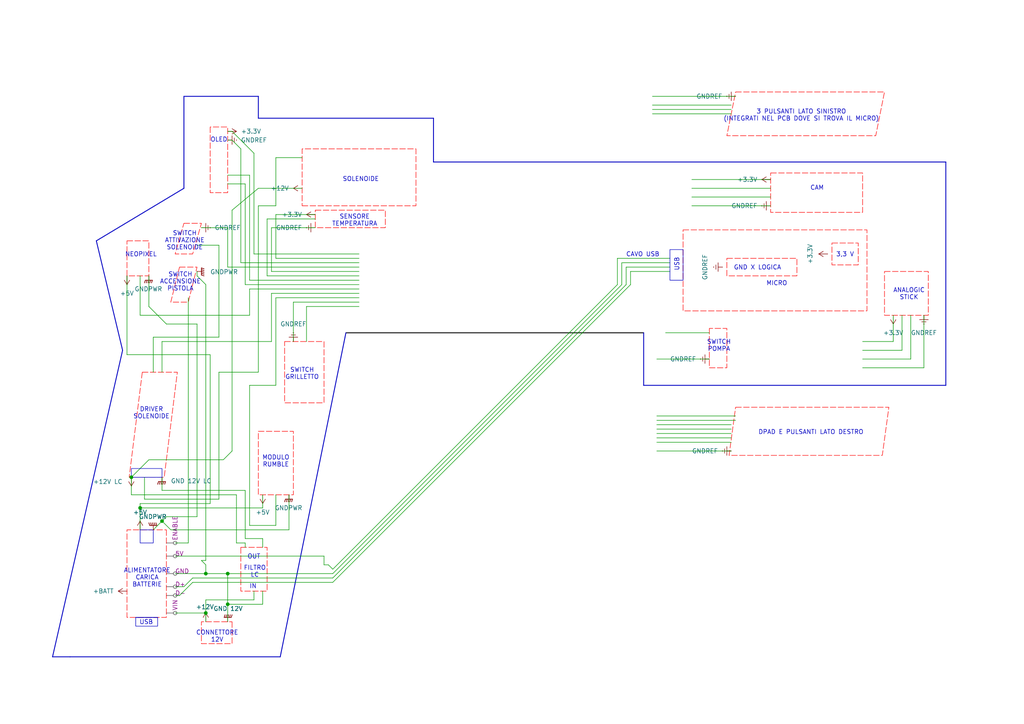
<source format=kicad_sch>
(kicad_sch (version 20250114) (generator "eeschema") (generator_version "9.0")
  (paper "A4")
  (lib_symbols
    (symbol "power:+12V" (power) (pin_numbers (hide yes)) (pin_names (offset 0) (hide yes))
      (property "Value" "+12V" (at 0 3.556 0))
      (symbol "+12V_0_1"
        (polyline (pts (xy -0.762 1.27) (xy 0 2.54)))
        (polyline (pts (xy 0 2.54) (xy 0.762 1.27)))
        (polyline (pts (xy 0 0) (xy 0 2.54)))
      )
      (symbol "+12V_1_1"
        (pin power_in line (at 0 0 90) (length 0) (name "~") (number "1"))
      )
    )
    (symbol "power:+3.3V" (power) (pin_numbers (hide yes)) (pin_names (offset 0) (hide yes))
      (property "Value" "+3.3V" (at 0 3.556 0))
      (symbol "+3.3V_0_1"
        (polyline (pts (xy -0.762 1.27) (xy 0 2.54)))
        (polyline (pts (xy 0 2.54) (xy 0.762 1.27)))
        (polyline (pts (xy 0 0) (xy 0 2.54)))
      )
      (symbol "+3.3V_1_1"
        (pin power_in line (at 0 0 90) (length 0) (name "~") (number "1"))
      )
    )
    (symbol "power:+5V" (power) (pin_numbers (hide yes)) (pin_names (offset 0) (hide yes))
      (property "Value" "+5V" (at 0 3.556 0))
      (symbol "+5V_0_1"
        (polyline (pts (xy -0.762 1.27) (xy 0 2.54)))
        (polyline (pts (xy 0 2.54) (xy 0.762 1.27)))
        (polyline (pts (xy 0 0) (xy 0 2.54)))
      )
      (symbol "+5V_1_1"
        (pin power_in line (at 0 0 90) (length 0) (name "~") (number "1"))
      )
    )
    (symbol "power:+BATT" (power) (pin_numbers (hide yes)) (pin_names (offset 0) (hide yes))
      (property "Value" "+BATT" (at 0 3.556 0))
      (symbol "+BATT_0_1"
        (polyline (pts (xy -0.762 1.27) (xy 0 2.54)))
        (polyline (pts (xy 0 2.54) (xy 0.762 1.27)))
        (polyline (pts (xy 0 0) (xy 0 2.54)))
      )
      (symbol "+BATT_1_1"
        (pin power_in line (at 0 0 90) (length 0) (name "~") (number "1"))
      )
    )
    (symbol "power:GNDPWR" (power) (pin_numbers (hide yes)) (pin_names (offset 0) (hide yes))
      (property "Value" "GNDPWR" (at 0 -3.302 0))
      (symbol "GNDPWR_0_1"
        (polyline (pts (xy -1.016 -1.27) (xy -1.27 -2.032) (xy -1.27 -2.032)) (stroke (width 0.2032)))
        (polyline (pts (xy -0.508 -1.27) (xy -0.762 -2.032) (xy -0.762 -2.032)) (stroke (width 0.2032)))
        (polyline (pts (xy 0 -1.27) (xy 0 0)))
        (polyline (pts (xy 0 -1.27) (xy -0.254 -2.032) (xy -0.254 -2.032)) (stroke (width 0.2032)))
        (polyline (pts (xy 0.508 -1.27) (xy 0.254 -2.032) (xy 0.254 -2.032)) (stroke (width 0.2032)))
        (polyline (pts (xy 1.016 -1.27) (xy -1.016 -1.27) (xy -1.016 -1.27)) (stroke (width 0.2032)))
        (polyline (pts (xy 1.016 -1.27) (xy 0.762 -2.032) (xy 0.762 -2.032) (xy 0.762 -2.032)) (stroke (width 0.2032)))
      )
      (symbol "GNDPWR_1_1"
        (pin power_in line (at 0 0 270) (length 0) (name "~") (number "1"))
      )
    )
    (symbol "power:GNDREF" (power) (pin_numbers (hide yes)) (pin_names (offset 0) (hide yes))
      (property "Value" "GNDREF" (at 0 -3.81 0))
      (symbol "GNDREF_0_1"
        (polyline (pts (xy -0.635 -1.905) (xy 0.635 -1.905)))
        (polyline (pts (xy -0.127 -2.54) (xy 0.127 -2.54)))
        (polyline (pts (xy 0 -1.27) (xy 0 0)))
        (polyline (pts (xy 1.27 -1.27) (xy -1.27 -1.27)))
      )
      (symbol "GNDREF_1_1"
        (pin power_in line (at 0 0 270) (length 0) (name "~") (number "1"))
      )
    )
  )
  (rectangle (start 194.31 72.39) (end 198.12 81.28))
  (rectangle (start 38.1 135.89) (end 46.99 138.43))
  (rectangle (start 39.37 179.07) (end 45.72 181.61))
  (rectangle (start 40.64 153.67) (end 44.45 157.48))
  (rectangle (start 39.37 179.07) (end 45.72 179.07))
  (text "SWITCH\nPOMPA" (at 208.534 100.33 0) (effects (font (size 1.27 1.27))))
  (text "DPAD E PULSANTI LATO DESTRO" (at 235.204 125.476 0) (effects (font (size 1.27 1.27))))
  (text "ALIMENTATORE\nCARICA\nBATTERIE" (at 42.672 167.64 0) (effects (font (size 1.27 1.27))))
  (text "SOLENOIDE" (at 104.648 52.07 0) (effects (font (size 1.27 1.27))))
  (text "IN" (at 73.406 170.18 0) (effects (font (size 1.27 1.27))))
  (text "SENSORE\nTEMPERATURA" (at 102.87 64.008 0) (effects (font (size 1.27 1.27))))
  (text "USB" (at 42.418 180.594 0) (effects (font (size 1.27 1.27))))
  (text "USB" (at 196.342 76.708 90) (effects (font (size 1.27 1.27))))
  (text "GND X LOGICA" (at 219.71 77.724 0) (effects (font (size 1.27 1.27))))
  (text "CONNETTORE\n12V" (at 62.992 184.658 0) (effects (font (size 1.27 1.27))))
  (text "SWITCH\nATTIVAZIONE\nSOLENOIDE" (at 53.594 69.85 0) (effects (font (size 1.27 1.27))))
  (text "MICRO" (at 225.298 82.296 0) (effects (font (size 1.27 1.27))))
  (text "SWITCH\nACCENSIONE\nPISTOLA" (at 52.324 81.788 0) (effects (font (size 1.27 1.27))))
  (text "SWITCH\nGRILLETTO" (at 87.63 108.458 0) (effects (font (size 1.27 1.27))))
  (text "DRIVER\nSOLENOIDE" (at 43.942 119.888 0) (effects (font (size 1.27 1.27))))
  (text "3,3 V" (at 245.11 73.914 0) (effects (font (size 1.27 1.27))))
  (text "3 PULSANTI LATO SINISTRO\n(INTEGRATI NEL PCB DOVE SI TROVA IL MICRO)" (at 232.41 33.528 0) (effects (font (size 1.27 1.27))))
  (text "CAVO USB" (at 186.436 73.914 0) (effects (font (size 1.27 1.27))))
  (text "NEOPIXEL" (at 40.894 73.914 0) (effects (font (size 1.27 1.27))))
  (text "OUT" (at 73.66 161.544 0) (effects (font (size 1.27 1.27))))
  (text "FILTRO\nLC" (at 73.914 165.862 0) (effects (font (size 1.27 1.27))))
  (text "OLED" (at 63.5 40.64 0) (effects (font (size 1.27 1.27))))
  (text "MODULO\nRUMBLE" (at 80.01 133.858 0) (effects (font (size 1.27 1.27))))
  (text "CAM" (at 236.982 54.61 0) (effects (font (size 1.27 1.27))))
  (text "ANALOGIC\nSTICK" (at 263.652 85.344 0) (effects (font (size 1.27 1.27))))
  (junction (at 38.1 138.43))
  (junction (at 46.99 151.13))
  (junction (at 40.64 147.32))
  (junction (at 66.04 175.26))
  (junction (at 66.04 166.37))
  (junction (at 59.69 166.37))
  (junction (at 59.69 177.8))
  (wire (pts (xy 36.83 80.01) (xy 36.83 102.87)))
  (wire (pts (xy 66.04 40.64) (xy 67.31 40.64)))
  (wire (pts (xy 59.69 177.8) (xy 59.69 180.34)))
  (wire (pts (xy 69.85 43.18) (xy 69.85 76.2)))
  (wire (pts (xy 77.47 80.01) (xy 104.14 80.01)))
  (wire (pts (xy 41.91 138.43) (xy 41.91 144.78)))
  (wire (pts (xy 189.23 31.75) (xy 212.09 31.75)))
  (wire (pts (xy 87.63 54.61) (xy 74.93 54.61)))
  (polyline (pts (xy 125.73 34.29) (xy 74.93 34.29)) (stroke (width 0.254) (type solid)))
  (wire (pts (xy 72.39 91.44) (xy 72.39 83.82)))
  (wire (pts (xy 49.53 153.67) (xy 83.82 153.67)))
  (wire (pts (xy 46.99 99.06) (xy 78.74 99.06)))
  (wire (pts (xy 72.39 50.8) (xy 72.39 81.28)))
  (wire (pts (xy 44.45 97.79) (xy 44.45 107.95)))
  (wire (pts (xy 85.09 87.63) (xy 104.14 87.63)))
  (wire (pts (xy 48.26 149.86) (xy 57.15 149.86)))
  (wire (pts (xy 80.01 143.51) (xy 80.01 152.4)))
  (wire (pts (xy 250.19 106.68) (xy 267.97 106.68)))
  (wire (pts (xy 57.15 93.98) (xy 57.15 149.86)))
  (wire (pts (xy 76.2 156.21) (xy 76.2 158.75)))
  (wire (pts (xy 63.5 144.78) (xy 63.5 107.95)))
  (polyline (pts (xy 100.33 96.52) (xy 186.69 96.52)) (stroke (width 0.254) (type solid) (color 0 0 0 1)))
  (wire (pts (xy 80.01 86.36) (xy 104.14 86.36)))
  (wire (pts (xy 40.64 80.01) (xy 40.64 91.44)))
  (wire (pts (xy 93.98 161.29) (xy 93.98 163.83)))
  (wire (pts (xy 181.61 77.47) (xy 194.31 77.47)))
  (wire (pts (xy 180.34 76.2) (xy 194.31 76.2)))
  (wire (pts (xy 66.04 50.8) (xy 72.39 50.8)))
  (wire (pts (xy 59.69 173.99) (xy 59.69 177.8)))
  (wire (pts (xy 52.07 172.72) (xy 55.88 168.91)))
  (wire (pts (xy 179.07 82.55) (xy 96.52 165.1)))
  (polyline (pts (xy 74.93 34.29) (xy 74.93 27.94)) (stroke (width 0.254) (type solid)))
  (wire (pts (xy 54.61 86.36) (xy 54.61 157.48)))
  (wire (pts (xy 50.8 161.29) (xy 93.98 161.29)))
  (wire (pts (xy 72.39 83.82) (xy 104.14 83.82)))
  (wire (pts (xy 190.5 125.73) (xy 212.09 125.73)))
  (polyline (pts (xy 186.69 111.76) (xy 274.32 111.76)) (stroke (width 0.254) (type solid)))
  (wire (pts (xy 66.04 77.47) (xy 104.14 77.47)))
  (wire (pts (xy 74.93 59.69) (xy 80.01 59.69)))
  (wire (pts (xy 57.15 80.01) (xy 59.69 82.55)))
  (wire (pts (xy 66.04 53.34) (xy 71.12 53.34)))
  (wire (pts (xy 76.2 147.32) (xy 40.64 147.32)))
  (wire (pts (xy 67.31 38.1) (xy 73.66 44.45)))
  (wire (pts (xy 40.64 146.05) (xy 40.64 147.32)))
  (wire (pts (xy 63.5 97.79) (xy 44.45 97.79)))
  (wire (pts (xy 78.74 66.04) (xy 78.74 78.74)))
  (wire (pts (xy 68.58 157.48) (xy 71.12 157.48)))
  (wire (pts (xy 190.5 120.65) (xy 213.36 120.65)))
  (wire (pts (xy 53.34 170.18) (xy 55.88 167.64)))
  (wire (pts (xy 80.01 62.23) (xy 80.01 74.93)))
  (polyline (pts (xy 81.28 190.5) (xy 100.33 96.52)) (stroke (width 0.254) (type solid)))
  (wire (pts (xy 46.99 151.13) (xy 48.26 149.86)))
  (polyline (pts (xy 125.73 46.99) (xy 125.73 34.29)) (stroke (width 0.254) (type solid)))
  (wire (pts (xy 200.66 57.15) (xy 223.52 57.15)))
  (wire (pts (xy 67.31 40.64) (xy 69.85 43.18)))
  (wire (pts (xy 59.69 163.83) (xy 59.69 166.37)))
  (wire (pts (xy 46.99 138.43) (xy 46.99 142.24)))
  (wire (pts (xy 261.62 91.44) (xy 261.62 101.6)))
  (wire (pts (xy 64.77 133.35) (xy 43.18 133.35)))
  (wire (pts (xy 73.66 171.45) (xy 73.66 173.99)))
  (wire (pts (xy 67.31 60.96) (xy 67.31 130.81)))
  (wire (pts (xy 59.69 173.99) (xy 73.66 173.99)))
  (wire (pts (xy 179.07 74.93) (xy 194.31 74.93)))
  (wire (pts (xy 181.61 77.47) (xy 181.61 82.55)))
  (wire (pts (xy 78.74 78.74) (xy 104.14 78.74)))
  (wire (pts (xy 96.52 168.91) (xy 182.88 82.55)))
  (wire (pts (xy 72.39 111.76) (xy 80.01 111.76)))
  (wire (pts (xy 50.8 157.48) (xy 54.61 157.48)))
  (wire (pts (xy 179.07 74.93) (xy 179.07 82.55)))
  (wire (pts (xy 58.42 162.56) (xy 59.69 162.56)))
  (wire (pts (xy 190.5 130.81) (xy 212.09 130.81)))
  (wire (pts (xy 46.99 107.95) (xy 46.99 99.06)))
  (wire (pts (xy 73.66 44.45) (xy 73.66 73.66)))
  (wire (pts (xy 71.12 53.34) (xy 71.12 82.55)))
  (polyline (pts (xy 274.32 46.99) (xy 125.73 46.99)) (stroke (width 0.254) (type solid)))
  (wire (pts (xy 44.45 153.67) (xy 46.99 151.13)))
  (wire (pts (xy 59.69 82.55) (xy 59.69 162.56)))
  (wire (pts (xy 93.98 163.83) (xy 95.25 163.83)))
  (wire (pts (xy 71.12 82.55) (xy 104.14 82.55)))
  (wire (pts (xy 200.66 59.69) (xy 223.52 59.69)))
  (wire (pts (xy 189.23 30.48) (xy 212.09 30.48)))
  (wire (pts (xy 193.04 96.52) (xy 205.74 96.52)))
  (wire (pts (xy 40.64 147.32) (xy 40.64 153.67)))
  (wire (pts (xy 72.39 152.4) (xy 72.39 111.76)))
  (wire (pts (xy 80.01 74.93) (xy 104.14 74.93)))
  (wire (pts (xy 76.2 143.51) (xy 76.2 147.32)))
  (wire (pts (xy 180.34 76.2) (xy 180.34 82.55)))
  (wire (pts (xy 38.1 143.51) (xy 68.58 143.51)))
  (polyline (pts (xy 27.94 69.85) (xy 35.56 101.6)) (stroke (width 0.254) (type solid)))
  (wire (pts (xy 43.18 80.01) (xy 43.18 88.9)))
  (wire (pts (xy 60.96 102.87) (xy 60.96 146.05)))
  (wire (pts (xy 250.19 101.6) (xy 261.62 101.6)))
  (wire (pts (xy 67.31 130.81) (xy 64.77 133.35)))
  (wire (pts (xy 91.44 63.5) (xy 77.47 63.5)))
  (wire (pts (xy 55.88 167.64) (xy 96.52 167.64)))
  (wire (pts (xy 74.93 54.61) (xy 67.31 60.96)))
  (wire (pts (xy 74.93 107.95) (xy 74.93 59.69)))
  (wire (pts (xy 66.04 166.37) (xy 59.69 166.37)))
  (wire (pts (xy 46.99 151.13) (xy 49.53 153.67)))
  (wire (pts (xy 190.5 124.46) (xy 212.09 124.46)))
  (wire (pts (xy 250.19 99.06) (xy 259.08 99.06)))
  (wire (pts (xy 71.12 157.48) (xy 71.12 158.75)))
  (wire (pts (xy 78.74 85.09) (xy 104.14 85.09)))
  (wire (pts (xy 57.15 93.98) (xy 48.26 93.98)))
  (wire (pts (xy 58.42 66.04) (xy 66.04 66.04)))
  (wire (pts (xy 55.88 168.91) (xy 96.52 168.91)))
  (wire (pts (xy 60.96 146.05) (xy 40.64 146.05)))
  (wire (pts (xy 189.23 33.02) (xy 212.09 33.02)))
  (wire (pts (xy 43.18 133.35) (xy 38.1 138.43)))
  (wire (pts (xy 71.12 142.24) (xy 71.12 156.21)))
  (wire (pts (xy 182.88 78.74) (xy 194.31 78.74)))
  (wire (pts (xy 80.01 62.23) (xy 91.44 62.23)))
  (wire (pts (xy 190.5 128.27) (xy 212.09 128.27)))
  (wire (pts (xy 95.25 163.83) (xy 96.52 165.1)))
  (wire (pts (xy 68.58 143.51) (xy 68.58 157.48)))
  (wire (pts (xy 57.15 71.12) (xy 63.5 71.12)))
  (wire (pts (xy 41.91 144.78) (xy 63.5 144.78)))
  (wire (pts (xy 88.9 88.9) (xy 88.9 99.06)))
  (wire (pts (xy 264.16 91.44) (xy 264.16 104.14)))
  (wire (pts (xy 38.1 138.43) (xy 38.1 143.51)))
  (wire (pts (xy 46.99 142.24) (xy 71.12 142.24)))
  (wire (pts (xy 59.69 166.37) (xy 50.8 166.37)))
  (wire (pts (xy 66.04 166.37) (xy 96.52 166.37)))
  (wire (pts (xy 76.2 171.45) (xy 76.2 175.26)))
  (wire (pts (xy 259.08 91.44) (xy 259.08 99.06)))
  (wire (pts (xy 66.04 175.26) (xy 66.04 180.34)))
  (polyline (pts (xy 274.32 111.76) (xy 274.32 46.99)) (stroke (width 0.254) (type solid)))
  (polyline (pts (xy 186.69 96.52) (xy 186.69 111.76)) (stroke (width 0.254) (type solid)))
  (polyline (pts (xy 15.24 190.5) (xy 20.32 190.5)) (stroke (width 0.254) (type solid)))
  (polyline (pts (xy 74.93 27.94) (xy 53.34 27.94)) (stroke (width 0.254) (type solid)))
  (wire (pts (xy 66.04 166.37) (xy 66.04 175.26)))
  (wire (pts (xy 77.47 63.5) (xy 77.47 80.01)))
  (wire (pts (xy 36.83 102.87) (xy 60.96 102.87)))
  (wire (pts (xy 63.5 71.12) (xy 63.5 97.79)))
  (wire (pts (xy 200.66 52.07) (xy 223.52 52.07)))
  (wire (pts (xy 50.8 177.8) (xy 59.69 177.8)))
  (wire (pts (xy 80.01 45.72) (xy 87.63 45.72)))
  (wire (pts (xy 69.85 76.2) (xy 104.14 76.2)))
  (wire (pts (xy 190.5 104.14) (xy 205.74 104.14)))
  (wire (pts (xy 200.66 54.61) (xy 223.52 54.61)))
  (wire (pts (xy 190.5 123.19) (xy 212.09 123.19)))
  (wire (pts (xy 267.97 91.44) (xy 267.97 106.68)))
  (polyline (pts (xy 53.34 54.61) (xy 27.94 69.85)) (stroke (width 0.254) (type solid)))
  (wire (pts (xy 78.74 99.06) (xy 78.74 85.09)))
  (wire (pts (xy 189.23 27.94) (xy 213.36 27.94)))
  (wire (pts (xy 88.9 88.9) (xy 104.14 88.9)))
  (wire (pts (xy 66.04 175.26) (xy 76.2 175.26)))
  (wire (pts (xy 78.74 66.04) (xy 91.44 66.04)))
  (wire (pts (xy 48.26 93.98) (xy 43.18 88.9)))
  (wire (pts (xy 190.5 127) (xy 212.09 127)))
  (wire (pts (xy 190.5 121.92) (xy 213.36 121.92)))
  (wire (pts (xy 96.52 166.37) (xy 180.34 82.55)))
  (wire (pts (xy 66.04 38.1) (xy 67.31 38.1)))
  (wire (pts (xy 63.5 107.95) (xy 74.93 107.95)))
  (wire (pts (xy 85.09 87.63) (xy 85.09 99.06)))
  (wire (pts (xy 80.01 111.76) (xy 80.01 86.36)))
  (polyline (pts (xy 35.56 101.6) (xy 15.24 190.5)) (stroke (width 0.254) (type solid)))
  (wire (pts (xy 80.01 59.69) (xy 80.01 45.72)))
  (wire (pts (xy 40.64 91.44) (xy 72.39 91.44)))
  (wire (pts (xy 83.82 143.51) (xy 83.82 153.67)))
  (wire (pts (xy 50.8 170.18) (xy 53.34 170.18)))
  (polyline (pts (xy 20.32 190.5) (xy 81.28 190.5)) (stroke (width 0.254) (type solid)))
  (wire (pts (xy 58.42 162.56) (xy 59.69 163.83)))
  (wire (pts (xy 73.66 73.66) (xy 104.14 73.66)))
  (wire (pts (xy 80.01 152.4) (xy 72.39 152.4)))
  (wire (pts (xy 72.39 81.28) (xy 104.14 81.28)))
  (polyline (pts (xy 53.34 27.94) (xy 53.34 54.61)) (stroke (width 0.254) (type solid)))
  (wire (pts (xy 57.15 78.74) (xy 57.15 80.01)))
  (wire (pts (xy 50.8 172.72) (xy 52.07 172.72)))
  (wire (pts (xy 182.88 78.74) (xy 182.88 82.55)))
  (wire (pts (xy 250.19 104.14) (xy 264.16 104.14)))
  (wire (pts (xy 181.61 82.55) (xy 96.52 167.64)))
  (wire (pts (xy 66.04 66.04) (xy 66.04 77.47)))
  (wire (pts (xy 71.12 156.21) (xy 76.2 156.21)))
  (rule_area (polyline (pts (xy 82.55 99.06) (xy 93.98 99.06) (xy 93.98 116.84) (xy 82.55 116.84)) (stroke (width 0) (type dash))))
  (rule_area (polyline (pts (xy 69.85 158.75) (xy 77.47 158.75) (xy 77.47 171.45) (xy 69.85 171.45)) (stroke (width 0) (type dash))))
  (rule_area (polyline (pts (xy 67.31 180.34) (xy 67.31 186.69) (xy 58.42 186.69) (xy 58.42 180.34)) (stroke (width 0) (type dash))))
  (rule_area (polyline (pts (xy 210.82 74.93) (xy 231.14 74.93) (xy 231.14 80.01) (xy 210.82 80.01)) (stroke (width 0) (type dash))))
  (rule_area (polyline (pts (xy 87.63 59.69) (xy 120.65 59.69) (xy 120.65 43.18) (xy 87.63 43.18)) (stroke (width 0) (type dash))))
  (rule_area (polyline (pts (xy 241.3 70.485) (xy 248.92 70.485) (xy 248.92 76.835) (xy 241.3 76.835)) (stroke (width 0) (type dash))))
  (rule_area (polyline (pts (xy 48.26 153.67) (xy 48.26 179.07) (xy 36.83 179.07) (xy 36.83 153.67)) (stroke (width 0) (type dash))))
  (rule_area (polyline (pts (xy 198.12 66.675) (xy 251.46 66.675) (xy 251.46 90.17) (xy 198.12 90.17)) (stroke (width 0) (type dash))))
  (rule_area (polyline (pts (xy 213.36 118.11) (xy 257.81 118.11) (xy 255.905 132.08) (xy 211.455 132.08)) (stroke (width 0) (type dash))))
  (rule_area (polyline (pts (xy 74.93 125.095) (xy 85.09 125.095) (xy 85.09 143.51) (xy 74.93 143.51)) (stroke (width 0) (type dash))))
  (rule_area (polyline (pts (xy 91.44 60.96) (xy 111.76 60.96) (xy 111.76 66.04) (xy 91.44 66.04)) (stroke (width 0) (type dash))))
  (rule_area (polyline (pts (xy 205.74 95.25) (xy 205.74 106.68) (xy 210.82 106.68) (xy 210.82 95.25)) (stroke (width 0) (type dash))))
  (rule_area (polyline (pts (xy 53.34 64.77) (xy 58.42 64.77) (xy 55.88 73.66) (xy 50.8 73.66)) (stroke (width 0) (type dash))))
  (rule_area (polyline (pts (xy 213.36 26.67) (xy 256.54 26.67) (xy 254 39.37) (xy 210.82 39.37)) (stroke (width 0) (type dash))))
  (rule_area (polyline (pts (xy 256.54 78.74) (xy 269.24 78.74) (xy 269.24 91.44) (xy 256.54 91.44)) (stroke (width 0) (type dash))))
  (rule_area (polyline (pts (xy 60.96 36.83) (xy 60.96 55.88) (xy 66.04 55.88) (xy 66.04 36.83)) (stroke (width 0) (type dash))))
  (rule_area (polyline (pts (xy 223.52 50.165) (xy 250.19 50.165) (xy 250.19 61.595) (xy 223.52 61.595)) (stroke (width 0) (type dash))))
  (rule_area (polyline (pts (xy 52.07 77.47) (xy 57.15 77.47) (xy 54.61 87.63) (xy 49.53 87.63)) (stroke (width 0) (type dash))))
  (rule_area (polyline (pts (xy 41.275 107.95) (xy 51.435 107.95) (xy 47.625 138.43) (xy 37.465 138.43)) (stroke (width 0) (type dash))))
  (rule_area (polyline (pts (xy 36.83 69.85) (xy 43.18 69.85) (xy 43.18 80.01) (xy 36.83 80.01)) (stroke (width 0) (type dash))))
  (netclass_flag "" (length 2.54) (shape round) (at 48.26 161.29 270) (property "Netclass" "5V" (at 50.8 160.5915 0) (effects (justify left))))
  (netclass_flag "" (length 2.54) (shape round) (at 48.26 157.48 270) (property "Netclass" "ENABLE" (at 50.8 156.7815 90) (effects (justify left))))
  (netclass_flag "" (length 2.54) (shape round) (at 48.26 172.72 270) (property "Netclass" "D-" (at 50.8 172.0215 0) (effects (justify left))))
  (netclass_flag "" (length 2.54) (shape round) (at 48.26 177.8 270) (property "Netclass" "VIN" (at 50.8 177.1015 90) (effects (justify left))))
  (netclass_flag "" (length 2.54) (shape round) (at 48.26 166.37 270) (property "Netclass" "GND" (at 50.8 165.6715 0) (effects (justify left))))
  (netclass_flag "" (length 2.54) (shape round) (at 48.26 170.18 270) (property "Netclass" "D+" (at 50.8 169.4815 0) (effects (justify left))))
  (symbol (lib_id "power:GNDPWR") (at 66.04 180.34 180) (unit 1)
    (property "Reference" "#PWR01" (effects (hide yes)))
    (property "Value" "GND 12V" (at 66.167 176.53 0))
    (property "Description" "Power symbol creates a global label with name \"GNDPWR\" , global ground" (effects (hide yes)))
  )
  (symbol (lib_id "power:+BATT") (at 36.83 171.45 90) (mirror x) (unit 1)
    (property "Reference" "#PWR029" (effects (hide yes)))
    (property "Value" "+BATT" (at 33.02 171.4501 90) (effects (justify left)))
    (property "Description" "Power symbol creates a global label with name \"+BATT\"" (effects (hide yes)))
  )
  (symbol (lib_id "power:+12V") (at 87.63 54.61 90) (unit 1)
    (property "Reference" "#PWR030" (effects (hide yes)))
    (property "Value" "+12V" (at 83.82 54.6099 90) (effects (justify left)))
    (property "Description" "Power symbol creates a global label with name \"+12V\"" (effects (hide yes)))
  )
  (symbol (lib_id "power:GNDREF") (at 91.44 66.04 270) (mirror x) (unit 1)
    (property "Reference" "#PWR016" (effects (hide yes)))
    (property "Value" "GNDREF" (at 87.63 66.0399 90) (effects (justify right)))
    (property "Description" "Power symbol creates a global label with name \"GNDREF\" , reference supply ground" (effects (hide yes)))
  )
  (symbol (lib_id "power:+5V") (at 40.64 153.67 0) (unit 1)
    (property "Reference" "#PWR026" (effects (hide yes)))
    (property "Value" "+5V" (at 40.64 148.59 0))
    (property "Description" "Power symbol creates a global label with name \"+5V\"" (effects (hide yes)))
  )
  (symbol (lib_id "power:GNDREF") (at 58.42 66.04 90) (unit 1)
    (property "Reference" "#PWR018" (effects (hide yes)))
    (property "Value" "GNDREF" (at 62.23 66.0399 90) (effects (justify right)))
    (property "Description" "Power symbol creates a global label with name \"GNDREF\" , reference supply ground" (effects (hide yes)))
  )
  (symbol (lib_id "power:GNDPWR") (at 83.82 143.51 0) (unit 1)
    (property "Reference" "#PWR020" (effects (hide yes)))
    (property "Value" "GNDPWR" (at 83.693 147.32 0))
    (property "Description" "Power symbol creates a global label with name \"GNDPWR\" , global ground" (effects (hide yes)))
  )
  (symbol (lib_id "power:+3.3V") (at 259.08 91.44 0) (mirror x) (unit 1)
    (property "Reference" "#PWR08" (effects (hide yes)))
    (property "Value" "+3.3V" (at 259.08 96.52 0))
    (property "Description" "Power symbol creates a global label with name \"+3.3V\"" (effects (hide yes)))
  )
  (symbol (lib_id "power:GNDREF") (at 267.97 91.44 0) (unit 1)
    (property "Reference" "#PWR012" (effects (hide yes)))
    (property "Value" "GNDREF" (at 267.97 96.52 0))
    (property "Description" "Power symbol creates a global label with name \"GNDREF\" , reference supply ground" (effects (hide yes)))
  )
  (symbol (lib_id "power:+12V") (at 59.69 180.34 0) (unit 1)
    (property "Reference" "#PWR06" (effects (hide yes)))
    (property "Value" "+12V" (at 59.436 176.022 0))
    (property "Description" "Power symbol creates a global label with name \"+12V\"" (effects (hide yes)))
  )
  (symbol (lib_id "power:+5V") (at 36.83 80.01 0) (mirror x) (unit 1)
    (property "Reference" "#PWR022" (effects (hide yes)))
    (property "Value" "+5V" (at 36.83 85.09 0))
    (property "Description" "Power symbol creates a global label with name \"+5V\"" (effects (hide yes)))
  )
  (symbol (lib_id "power:GNDREF") (at 223.52 59.69 270) (mirror x) (unit 1)
    (property "Reference" "#PWR011" (effects (hide yes)))
    (property "Value" "GNDREF" (at 219.71 59.6899 90) (effects (justify right)))
    (property "Description" "Power symbol creates a global label with name \"GNDREF\" , reference supply ground" (effects (hide yes)))
  )
  (symbol (lib_id "power:GNDREF") (at 85.09 99.06 0) (mirror x) (unit 1)
    (property "Reference" "#PWR019" (effects (hide yes)))
    (property "Value" "GNDREF" (at 85.09 93.98 0))
    (property "Description" "Power symbol creates a global label with name \"GNDREF\" , reference supply ground" (effects (hide yes)))
  )
  (symbol (lib_id "power:GNDREF") (at 205.74 104.14 270) (unit 1)
    (property "Reference" "#PWR013" (effects (hide yes)))
    (property "Value" "GNDREF" (at 201.93 104.1399 90) (effects (justify right)))
    (property "Description" "Power symbol creates a global label with name \"GNDREF\" , reference supply ground" (effects (hide yes)))
  )
  (symbol (lib_id "power:+3.3V") (at 223.52 52.07 90) (unit 1)
    (property "Reference" "#PWR07" (effects (hide yes)))
    (property "Value" "+3.3V" (at 219.71 52.0699 90) (effects (justify left)))
    (property "Description" "Power symbol creates a global label with name \"+3.3V\"" (effects (hide yes)))
  )
  (symbol (lib_id "power:GNDPWR") (at 57.15 78.74 90) (unit 1)
    (property "Reference" "#PWR024" (effects (hide yes)))
    (property "Value" "GNDPWR" (at 60.96 78.8669 90) (effects (justify right)))
    (property "Description" "Power symbol creates a global label with name \"GNDPWR\" , global ground" (effects (hide yes)))
  )
  (symbol (lib_id "power:GNDREF") (at 66.04 40.64 90) (unit 1)
    (property "Reference" "#PWR017" (effects (hide yes)))
    (property "Value" "GNDREF" (at 69.85 40.6399 90) (effects (justify right)))
    (property "Description" "Power symbol creates a global label with name \"GNDREF\" , reference supply ground" (effects (hide yes)))
  )
  (symbol (lib_id "power:GNDREF") (at 212.09 130.81 270) (unit 1)
    (property "Reference" "#PWR014" (effects (hide yes)))
    (property "Value" "GNDREF" (at 208.28 130.8099 90) (effects (justify right)))
    (property "Description" "Power symbol creates a global label with name \"GNDREF\" , reference supply ground" (effects (hide yes)))
  )
  (symbol (lib_id "power:+5V") (at 76.2 143.51 0) (mirror x) (unit 1)
    (property "Reference" "#PWR021" (effects (hide yes)))
    (property "Value" "+5V" (at 76.2 148.59 0))
    (property "Description" "Power symbol creates a global label with name \"+5V\"" (effects (hide yes)))
  )
  (symbol (lib_id "power:+3.3V") (at 240.03 73.66 90) (unit 1)
    (property "Reference" "#PWR03" (effects (hide yes)))
    (property "Value" "+3.3V" (at 234.95 73.66 0))
    (property "Description" "Power symbol creates a global label with name \"+3.3V\"" (effects (hide yes)))
  )
  (symbol (lib_id "power:GNDPWR") (at 44.45 153.67 0) (mirror x) (unit 1)
    (property "Reference" "#PWR025" (effects (hide yes)))
    (property "Value" "GNDPWR" (at 44.323 149.86 0))
    (property "Description" "Power symbol creates a global label with name \"GNDPWR\" , global ground" (effects (hide yes)))
  )
  (symbol (lib_id "power:+3.3V") (at 91.44 62.23 90) (unit 1)
    (property "Reference" "#PWR09" (effects (hide yes)))
    (property "Value" "+3.3V" (at 87.63 62.2299 90) (effects (justify left)))
    (property "Description" "Power symbol creates a global label with name \"+3.3V\"" (effects (hide yes)))
  )
  (symbol (lib_id "power:GNDPWR") (at 46.99 138.43 0) (unit 1)
    (property "Reference" "#PWR028" (effects (hide yes)))
    (property "Value" "GND 12V LC" (at 49.53 139.4967 0) (effects (justify left)))
    (property "Description" "Power symbol creates a global label with name \"GNDPWR\" , global ground" (effects (hide yes)))
  )
  (symbol (lib_id "power:+12V") (at 38.1 138.43 0) (mirror x) (unit 1)
    (property "Reference" "#PWR027" (effects (hide yes)))
    (property "Value" "+12V LC" (at 35.56 139.6999 0) (effects (justify right)))
    (property "Description" "Power symbol creates a global label with name \"+12V\"" (effects (hide yes)))
  )
  (symbol (lib_id "power:+3.3V") (at 66.04 38.1 270) (unit 1)
    (property "Reference" "#PWR010" (effects (hide yes)))
    (property "Value" "+3.3V" (at 69.85 38.0999 90) (effects (justify left)))
    (property "Description" "Power symbol creates a global label with name \"+3.3V\"" (effects (hide yes)))
  )
  (symbol (lib_id "power:GNDREF") (at 209.55 77.47 270) (unit 1)
    (property "Reference" "#PWR02" (effects (hide yes)))
    (property "Value" "GNDREF" (at 204.47 77.47 0))
    (property "Description" "Power symbol creates a global label with name \"GNDREF\" , reference supply ground" (effects (hide yes)))
  )
  (symbol (lib_id "power:GNDREF") (at 213.36 27.94 270) (unit 1)
    (property "Reference" "#PWR015" (effects (hide yes)))
    (property "Value" "GNDREF" (at 209.55 27.9399 90) (effects (justify right)))
    (property "Description" "Power symbol creates a global label with name \"GNDREF\" , reference supply ground" (effects (hide yes)))
  )
  (symbol (lib_id "power:GNDPWR") (at 43.18 80.01 0) (unit 1)
    (property "Reference" "#PWR023" (effects (hide yes)))
    (property "Value" "GNDPWR" (at 43.053 83.82 0))
    (property "Description" "Power symbol creates a global label with name \"GNDPWR\" , global ground" (effects (hide yes)))
  )
)
</source>
